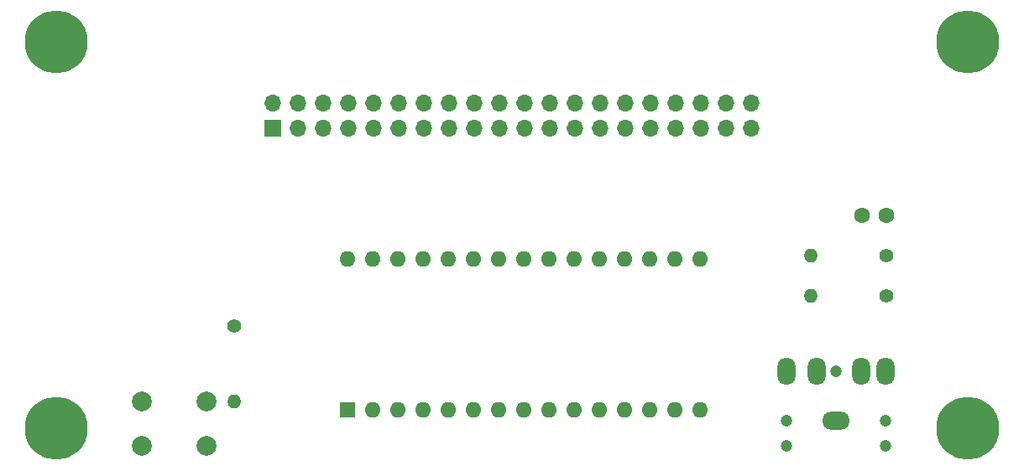
<source format=gbs>
%TF.GenerationSoftware,KiCad,Pcbnew,(6.0.1)*%
%TF.CreationDate,2022-10-03T13:59:14-04:00*%
%TF.ProjectId,MOD-NANO-CPU,4d4f442d-4e41-44e4-9f2d-4350552e6b69,rev?*%
%TF.SameCoordinates,Original*%
%TF.FileFunction,Soldermask,Bot*%
%TF.FilePolarity,Negative*%
%FSLAX46Y46*%
G04 Gerber Fmt 4.6, Leading zero omitted, Abs format (unit mm)*
G04 Created by KiCad (PCBNEW (6.0.1)) date 2022-10-03 13:59:14*
%MOMM*%
%LPD*%
G01*
G04 APERTURE LIST*
%ADD10C,2.000000*%
%ADD11C,1.400000*%
%ADD12O,1.400000X1.400000*%
%ADD13C,1.200000*%
%ADD14O,1.800000X2.800000*%
%ADD15O,2.800000X1.800000*%
%ADD16C,1.600000*%
%ADD17R,1.700000X1.700000*%
%ADD18O,1.700000X1.700000*%
%ADD19R,1.600000X1.600000*%
%ADD20O,1.600000X1.600000*%
%ADD21C,6.350000*%
G04 APERTURE END LIST*
D10*
%TO.C,SW1*%
X102658012Y-80307993D03*
X109158012Y-80307993D03*
X102658012Y-84807993D03*
X109158012Y-84807993D03*
%TD*%
D11*
%TO.C,R3*%
X112014000Y-72644000D03*
D12*
X112014000Y-80264000D03*
%TD*%
D11*
%TO.C,R2*%
X177800000Y-69596000D03*
D12*
X170180000Y-69596000D03*
%TD*%
D11*
%TO.C,R1*%
X177800000Y-65532000D03*
D12*
X170180000Y-65532000D03*
%TD*%
D13*
%TO.C,J2*%
X167720000Y-84744006D03*
X177720000Y-84744006D03*
X167720000Y-82244006D03*
X172720000Y-77244006D03*
X177720000Y-82244006D03*
D14*
X167720000Y-77244006D03*
X170720000Y-77244006D03*
D15*
X172720000Y-82244006D03*
D14*
X177720000Y-77244006D03*
X175220000Y-77244006D03*
%TD*%
D16*
%TO.C,C1*%
X177780000Y-61468000D03*
X175280000Y-61468000D03*
%TD*%
D17*
%TO.C,J1*%
X115875000Y-52650000D03*
D18*
X115875000Y-50110000D03*
X118415000Y-52650000D03*
X118415000Y-50110000D03*
X120955000Y-52650000D03*
X120955000Y-50110000D03*
X123495000Y-52650000D03*
X123495000Y-50110000D03*
X126035000Y-52650000D03*
X126035000Y-50110000D03*
X128575000Y-52650000D03*
X128575000Y-50110000D03*
X131115000Y-52650000D03*
X131115000Y-50110000D03*
X133655000Y-52650000D03*
X133655000Y-50110000D03*
X136195000Y-52650000D03*
X136195000Y-50110000D03*
X138735000Y-52650000D03*
X138735000Y-50110000D03*
X141275000Y-52650000D03*
X141275000Y-50110000D03*
X143815000Y-52650000D03*
X143815000Y-50110000D03*
X146355000Y-52650000D03*
X146355000Y-50110000D03*
X148895000Y-52650000D03*
X148895000Y-50110000D03*
X151435000Y-52650000D03*
X151435000Y-50110000D03*
X153975000Y-52650000D03*
X153975000Y-50110000D03*
X156515000Y-52650000D03*
X156515000Y-50110000D03*
X159055000Y-52650000D03*
X159055000Y-50110000D03*
X161595000Y-52650000D03*
X161595000Y-50110000D03*
X164135000Y-52650000D03*
X164135000Y-50110000D03*
%TD*%
D19*
%TO.C,A1*%
X123449994Y-81109998D03*
D20*
X125989994Y-81109998D03*
X128529994Y-81109998D03*
X131069994Y-81109998D03*
X133609994Y-81109998D03*
X136149994Y-81109998D03*
X138689994Y-81109998D03*
X141229994Y-81109998D03*
X143769994Y-81109998D03*
X146309994Y-81109998D03*
X148849994Y-81109998D03*
X151389994Y-81109998D03*
X153929994Y-81109998D03*
X156469994Y-81109998D03*
X159009994Y-81109998D03*
X159009994Y-65869998D03*
X156469994Y-65869998D03*
X153929994Y-65869998D03*
X151389994Y-65869998D03*
X148849994Y-65869998D03*
X146309994Y-65869998D03*
X143769994Y-65869998D03*
X141229994Y-65869998D03*
X138689994Y-65869998D03*
X136149994Y-65869998D03*
X133609994Y-65869998D03*
X131069994Y-65869998D03*
X128529994Y-65869998D03*
X125989994Y-65869998D03*
X123449994Y-65869998D03*
%TD*%
D21*
%TO.C,MTG1*%
X94000000Y-83000000D03*
%TD*%
%TO.C,MTG3*%
X94000000Y-44000000D03*
%TD*%
%TO.C,MTG2*%
X186000000Y-83000000D03*
%TD*%
%TO.C,MTG4*%
X186000000Y-44000000D03*
%TD*%
M02*

</source>
